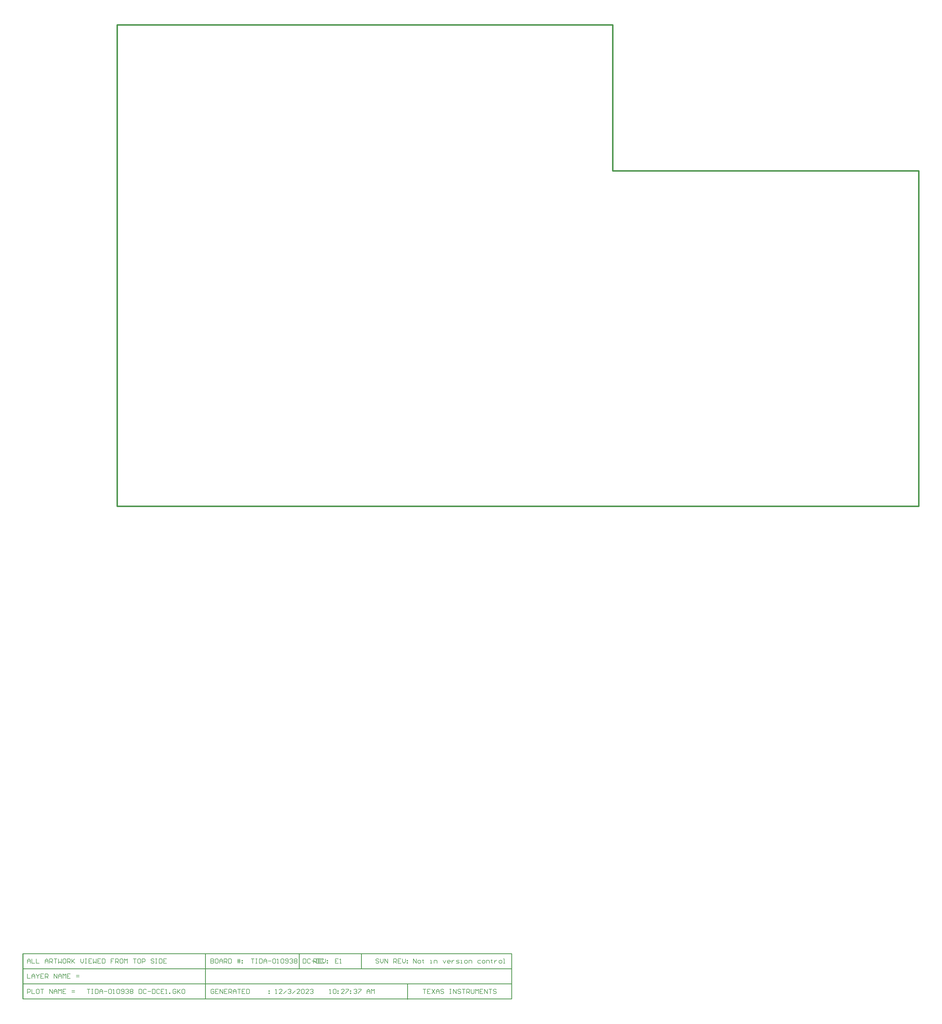
<source format=gko>
G04*
G04 #@! TF.GenerationSoftware,Altium Limited,Altium Designer,23.1.1 (15)*
G04*
G04 Layer_Color=16711935*
%FSAX44Y44*%
%MOMM*%
G71*
G04*
G04 #@! TF.SameCoordinates,A3571568-9A21-437D-865F-2304E57EA7B7*
G04*
G04*
G04 #@! TF.FilePolarity,Positive*
G04*
G01*
G75*
%ADD13C,0.5000*%
%ADD22C,0.2540*%
%ADD28C,0.2032*%
G54D13*
X00000000Y00000000D02*
X02750000D01*
X00000000D02*
Y01650000D01*
X01700000D01*
Y01150000D02*
Y01650000D01*
Y01150000D02*
X02750000D01*
Y00000000D02*
Y01150000D01*
G54D22*
X00995108Y-01689560D02*
Y-01638040D01*
X00693102Y-01687909D02*
X01352740D01*
Y-01532969D01*
X00301942Y-01687909D02*
Y-01532969D01*
X-00324168Y-01687909D02*
Y-01532969D01*
X-00324041Y-01687909D02*
X00076136D01*
X-00324041D02*
Y-01532969D01*
Y-01532969D02*
X01352740D01*
X-00324168Y-01687909D02*
X00693102D01*
X-00324168Y-01636262D02*
X01352232D01*
X-00324168Y-01584616D02*
X01352740D01*
X00623760D02*
Y-01532969D01*
X00837120Y-01584616D02*
Y-01532969D01*
G54D28*
X01048702Y-01655106D02*
X01058859D01*
X01053780D01*
Y-01670341D01*
X01074094Y-01655106D02*
X01063937D01*
Y-01670341D01*
X01074094D01*
X01063937Y-01662724D02*
X01069015D01*
X01079172Y-01655106D02*
X01089329Y-01670341D01*
Y-01655106D02*
X01079172Y-01670341D01*
X01094407D02*
Y-01660184D01*
X01099486Y-01655106D01*
X01104564Y-01660184D01*
Y-01670341D01*
Y-01662724D01*
X01094407D01*
X01119799Y-01657645D02*
X01117260Y-01655106D01*
X01112181D01*
X01109642Y-01657645D01*
Y-01660184D01*
X01112181Y-01662724D01*
X01117260D01*
X01119799Y-01665263D01*
Y-01667802D01*
X01117260Y-01670341D01*
X01112181D01*
X01109642Y-01667802D01*
X01140113Y-01655106D02*
X01145191D01*
X01142652D01*
Y-01670341D01*
X01140113D01*
X01145191D01*
X01152808D02*
Y-01655106D01*
X01162965Y-01670341D01*
Y-01655106D01*
X01178200Y-01657645D02*
X01175661Y-01655106D01*
X01170583D01*
X01168043Y-01657645D01*
Y-01660184D01*
X01170583Y-01662724D01*
X01175661D01*
X01178200Y-01665263D01*
Y-01667802D01*
X01175661Y-01670341D01*
X01170583D01*
X01168043Y-01667802D01*
X01183279Y-01655106D02*
X01193435D01*
X01188357D01*
Y-01670341D01*
X01198514D02*
Y-01655106D01*
X01206131D01*
X01208670Y-01657645D01*
Y-01662724D01*
X01206131Y-01665263D01*
X01198514D01*
X01203592D02*
X01208670Y-01670341D01*
X01213749Y-01655106D02*
Y-01667802D01*
X01216288Y-01670341D01*
X01221366D01*
X01223905Y-01667802D01*
Y-01655106D01*
X01228984Y-01670341D02*
Y-01655106D01*
X01234062Y-01660184D01*
X01239140Y-01655106D01*
Y-01670341D01*
X01254376Y-01655106D02*
X01244219D01*
Y-01670341D01*
X01254376D01*
X01244219Y-01662724D02*
X01249297D01*
X01259454Y-01670341D02*
Y-01655106D01*
X01269611Y-01670341D01*
Y-01655106D01*
X01274689D02*
X01284846D01*
X01279767D01*
Y-01670341D01*
X01300081Y-01657645D02*
X01297542Y-01655106D01*
X01292463D01*
X01289924Y-01657645D01*
Y-01660184D01*
X01292463Y-01662724D01*
X01297542D01*
X01300081Y-01665263D01*
Y-01667802D01*
X01297542Y-01670341D01*
X01292463D01*
X01289924Y-01667802D01*
X00727519Y-01670341D02*
X00732597D01*
X00730058D01*
Y-01655106D01*
X00727519Y-01657645D01*
X00740215D02*
X00742754Y-01655106D01*
X00747832D01*
X00750372Y-01657645D01*
Y-01667802D01*
X00747832Y-01670341D01*
X00742754D01*
X00740215Y-01667802D01*
Y-01657645D01*
X00755450Y-01660184D02*
X00757989D01*
Y-01662724D01*
X00755450D01*
Y-01660184D01*
Y-01667802D02*
X00757989D01*
Y-01670341D01*
X00755450D01*
Y-01667802D01*
X00778303Y-01670341D02*
X00768146D01*
X00778303Y-01660184D01*
Y-01657645D01*
X00775763Y-01655106D01*
X00770685D01*
X00768146Y-01657645D01*
X00783381Y-01655106D02*
X00793538D01*
Y-01657645D01*
X00783381Y-01667802D01*
Y-01670341D01*
X00798616Y-01660184D02*
X00801155D01*
Y-01662724D01*
X00798616D01*
Y-01660184D01*
Y-01667802D02*
X00801155D01*
Y-01670341D01*
X00798616D01*
Y-01667802D01*
X00811312Y-01657645D02*
X00813851Y-01655106D01*
X00818929D01*
X00821469Y-01657645D01*
Y-01660184D01*
X00818929Y-01662724D01*
X00816390D01*
X00818929D01*
X00821469Y-01665263D01*
Y-01667802D01*
X00818929Y-01670341D01*
X00813851D01*
X00811312Y-01667802D01*
X00826547Y-01655106D02*
X00836704D01*
Y-01657645D01*
X00826547Y-01667802D01*
Y-01670341D01*
X00857017D02*
Y-01660184D01*
X00862095Y-01655106D01*
X00867174Y-01660184D01*
Y-01670341D01*
Y-01662724D01*
X00857017D01*
X00872252Y-01670341D02*
Y-01655106D01*
X00877330Y-01660184D01*
X00882409Y-01655106D01*
Y-01670341D01*
X-00308039D02*
Y-01655106D01*
X-00300421D01*
X-00297882Y-01657645D01*
Y-01662724D01*
X-00300421Y-01665263D01*
X-00308039D01*
X-00292804Y-01655106D02*
Y-01670341D01*
X-00282647D01*
X-00269951Y-01655106D02*
X-00275030D01*
X-00277569Y-01657645D01*
Y-01667802D01*
X-00275030Y-01670341D01*
X-00269951D01*
X-00267412Y-01667802D01*
Y-01657645D01*
X-00269951Y-01655106D01*
X-00262334D02*
X-00252177D01*
X-00257255D01*
Y-01670341D01*
X-00231864D02*
Y-01655106D01*
X-00221707Y-01670341D01*
Y-01655106D01*
X-00216628Y-01670341D02*
Y-01660184D01*
X-00211550Y-01655106D01*
X-00206472Y-01660184D01*
Y-01670341D01*
Y-01662724D01*
X-00216628D01*
X-00201394Y-01670341D02*
Y-01655106D01*
X-00196315Y-01660184D01*
X-00191237Y-01655106D01*
Y-01670341D01*
X-00176002Y-01655106D02*
X-00186158D01*
Y-01670341D01*
X-00176002D01*
X-00186158Y-01662724D02*
X-00181080D01*
X-00155688Y-01665263D02*
X-00145532D01*
X-00155688Y-01660184D02*
X-00145532D01*
X-00308039Y-01602822D02*
Y-01618057D01*
X-00297882D01*
X-00292804D02*
Y-01607901D01*
X-00287726Y-01602822D01*
X-00282647Y-01607901D01*
Y-01618057D01*
Y-01610440D01*
X-00292804D01*
X-00277569Y-01602822D02*
Y-01605361D01*
X-00272491Y-01610440D01*
X-00267412Y-01605361D01*
Y-01602822D01*
X-00272491Y-01610440D02*
Y-01618057D01*
X-00252177Y-01602822D02*
X-00262334D01*
Y-01618057D01*
X-00252177D01*
X-00262334Y-01610440D02*
X-00257255D01*
X-00247099Y-01618057D02*
Y-01602822D01*
X-00239481D01*
X-00236942Y-01605361D01*
Y-01610440D01*
X-00239481Y-01612979D01*
X-00247099D01*
X-00242020D02*
X-00236942Y-01618057D01*
X-00216628D02*
Y-01602822D01*
X-00206472Y-01618057D01*
Y-01602822D01*
X-00201394Y-01618057D02*
Y-01607901D01*
X-00196315Y-01602822D01*
X-00191237Y-01607901D01*
Y-01618057D01*
Y-01610440D01*
X-00201394D01*
X-00186158Y-01618057D02*
Y-01602822D01*
X-00181080Y-01607901D01*
X-00176002Y-01602822D01*
Y-01618057D01*
X-00160767Y-01602822D02*
X-00170923D01*
Y-01618057D01*
X-00160767D01*
X-00170923Y-01610440D02*
X-00165845D01*
X-00140453Y-01612979D02*
X-00130296D01*
X-00140453Y-01607901D02*
X-00130296D01*
X00320992Y-01551304D02*
Y-01566539D01*
X00328610D01*
X00331149Y-01564000D01*
Y-01561461D01*
X00328610Y-01558922D01*
X00320992D01*
X00328610D01*
X00331149Y-01556383D01*
Y-01553844D01*
X00328610Y-01551304D01*
X00320992D01*
X00343845D02*
X00338766D01*
X00336227Y-01553844D01*
Y-01564000D01*
X00338766Y-01566539D01*
X00343845D01*
X00346384Y-01564000D01*
Y-01553844D01*
X00343845Y-01551304D01*
X00351462Y-01566539D02*
Y-01556383D01*
X00356540Y-01551304D01*
X00361619Y-01556383D01*
Y-01566539D01*
Y-01558922D01*
X00351462D01*
X00366697Y-01566539D02*
Y-01551304D01*
X00374315D01*
X00376854Y-01553844D01*
Y-01558922D01*
X00374315Y-01561461D01*
X00366697D01*
X00371776D02*
X00376854Y-01566539D01*
X00381932Y-01551304D02*
Y-01566539D01*
X00389550D01*
X00392089Y-01564000D01*
Y-01553844D01*
X00389550Y-01551304D01*
X00381932D01*
X00414942Y-01566539D02*
Y-01551304D01*
X00420020D02*
Y-01566539D01*
X00412402Y-01556383D02*
X00420020D01*
X00422559D01*
X00412402Y-01561461D02*
X00422559D01*
X00427637Y-01556383D02*
X00430177D01*
Y-01558922D01*
X00427637D01*
Y-01556383D01*
Y-01564000D02*
X00430177D01*
Y-01566539D01*
X00427637D01*
Y-01564000D01*
X00459549Y-01551304D02*
X00469706D01*
X00464627D01*
Y-01566539D01*
X00474784Y-01551304D02*
X00479862D01*
X00477323D01*
Y-01566539D01*
X00474784D01*
X00479862D01*
X00487480Y-01551304D02*
Y-01566539D01*
X00495098D01*
X00497637Y-01564000D01*
Y-01553844D01*
X00495098Y-01551304D01*
X00487480D01*
X00502715Y-01566539D02*
Y-01556383D01*
X00507793Y-01551304D01*
X00512872Y-01556383D01*
Y-01566539D01*
Y-01558922D01*
X00502715D01*
X00517950D02*
X00528107D01*
X00533185Y-01553844D02*
X00535724Y-01551304D01*
X00540803D01*
X00543342Y-01553844D01*
Y-01564000D01*
X00540803Y-01566539D01*
X00535724D01*
X00533185Y-01564000D01*
Y-01553844D01*
X00548420Y-01566539D02*
X00553499D01*
X00550960D01*
Y-01551304D01*
X00548420Y-01553844D01*
X00561116D02*
X00563655Y-01551304D01*
X00568734D01*
X00571273Y-01553844D01*
Y-01564000D01*
X00568734Y-01566539D01*
X00563655D01*
X00561116Y-01564000D01*
Y-01553844D01*
X00576351Y-01564000D02*
X00578890Y-01566539D01*
X00583969D01*
X00586508Y-01564000D01*
Y-01553844D01*
X00583969Y-01551304D01*
X00578890D01*
X00576351Y-01553844D01*
Y-01556383D01*
X00578890Y-01558922D01*
X00586508D01*
X00591586Y-01553844D02*
X00594126Y-01551304D01*
X00599204D01*
X00601743Y-01553844D01*
Y-01556383D01*
X00599204Y-01558922D01*
X00596665D01*
X00599204D01*
X00601743Y-01561461D01*
Y-01564000D01*
X00599204Y-01566539D01*
X00594126D01*
X00591586Y-01564000D01*
X00606821Y-01553844D02*
X00609361Y-01551304D01*
X00614439D01*
X00616978Y-01553844D01*
Y-01556383D01*
X00614439Y-01558922D01*
X00616978Y-01561461D01*
Y-01564000D01*
X00614439Y-01566539D01*
X00609361D01*
X00606821Y-01564000D01*
Y-01561461D01*
X00609361Y-01558922D01*
X00606821Y-01556383D01*
Y-01553844D01*
X00609361Y-01558922D02*
X00614439D01*
X00637291Y-01551304D02*
Y-01566539D01*
X00644909D01*
X00647448Y-01564000D01*
Y-01553844D01*
X00644909Y-01551304D01*
X00637291D01*
X00662683Y-01553844D02*
X00660144Y-01551304D01*
X00655066D01*
X00652527Y-01553844D01*
Y-01564000D01*
X00655066Y-01566539D01*
X00660144D01*
X00662683Y-01564000D01*
X00667762Y-01558922D02*
X00677918D01*
X00682997Y-01551304D02*
Y-01566539D01*
X00690614D01*
X00693154Y-01564000D01*
Y-01553844D01*
X00690614Y-01551304D01*
X00682997D01*
X00708389Y-01553844D02*
X00705849Y-01551304D01*
X00700771D01*
X00698232Y-01553844D01*
Y-01564000D01*
X00700771Y-01566539D01*
X00705849D01*
X00708389Y-01564000D01*
X00758250Y-01551304D02*
X00748093D01*
Y-01566539D01*
X00758250D01*
X00748093Y-01558922D02*
X00753171D01*
X00763328Y-01566539D02*
X00768406D01*
X00765867D01*
Y-01551304D01*
X00763328Y-01553844D01*
X-00308039Y-01566539D02*
Y-01556383D01*
X-00302961Y-01551304D01*
X-00297882Y-01556383D01*
Y-01566539D01*
Y-01558922D01*
X-00308039D01*
X-00292804Y-01551304D02*
Y-01566539D01*
X-00282647D01*
X-00277569Y-01551304D02*
Y-01566539D01*
X-00267412D01*
X-00247099D02*
Y-01556383D01*
X-00242020Y-01551304D01*
X-00236942Y-01556383D01*
Y-01566539D01*
Y-01558922D01*
X-00247099D01*
X-00231864Y-01566539D02*
Y-01551304D01*
X-00224246D01*
X-00221707Y-01553844D01*
Y-01558922D01*
X-00224246Y-01561461D01*
X-00231864D01*
X-00226785D02*
X-00221707Y-01566539D01*
X-00216628Y-01551304D02*
X-00206472D01*
X-00211550D01*
Y-01566539D01*
X-00201394Y-01551304D02*
Y-01566539D01*
X-00196315Y-01561461D01*
X-00191237Y-01566539D01*
Y-01551304D01*
X-00178541D02*
X-00183619D01*
X-00186158Y-01553844D01*
Y-01564000D01*
X-00183619Y-01566539D01*
X-00178541D01*
X-00176002Y-01564000D01*
Y-01553844D01*
X-00178541Y-01551304D01*
X-00170923Y-01566539D02*
Y-01551304D01*
X-00163306D01*
X-00160767Y-01553844D01*
Y-01558922D01*
X-00163306Y-01561461D01*
X-00170923D01*
X-00165845D02*
X-00160767Y-01566539D01*
X-00155688Y-01551304D02*
Y-01566539D01*
Y-01561461D01*
X-00145532Y-01551304D01*
X-00153149Y-01558922D01*
X-00145532Y-01566539D01*
X-00125218Y-01551304D02*
Y-01561461D01*
X-00120140Y-01566539D01*
X-00115061Y-01561461D01*
Y-01551304D01*
X-00109983D02*
X-00104905D01*
X-00107444D01*
Y-01566539D01*
X-00109983D01*
X-00104905D01*
X-00087130Y-01551304D02*
X-00097287D01*
Y-01566539D01*
X-00087130D01*
X-00097287Y-01558922D02*
X-00092209D01*
X-00082052Y-01551304D02*
Y-01566539D01*
X-00076974Y-01561461D01*
X-00071895Y-01566539D01*
Y-01551304D01*
X-00056660D02*
X-00066817D01*
Y-01566539D01*
X-00056660D01*
X-00066817Y-01558922D02*
X-00061739D01*
X-00051582Y-01551304D02*
Y-01566539D01*
X-00043964D01*
X-00041425Y-01564000D01*
Y-01553844D01*
X-00043964Y-01551304D01*
X-00051582D01*
X-00010955D02*
X-00021112D01*
Y-01558922D01*
X-00016033D01*
X-00021112D01*
Y-01566539D01*
X-00005877D02*
Y-01551304D01*
X00001741D01*
X00004280Y-01553844D01*
Y-01558922D01*
X00001741Y-01561461D01*
X-00005877D01*
X-00000798D02*
X00004280Y-01566539D01*
X00016976Y-01551304D02*
X00011897D01*
X00009358Y-01553844D01*
Y-01564000D01*
X00011897Y-01566539D01*
X00016976D01*
X00019515Y-01564000D01*
Y-01553844D01*
X00016976Y-01551304D01*
X00024593Y-01566539D02*
Y-01551304D01*
X00029672Y-01556383D01*
X00034750Y-01551304D01*
Y-01566539D01*
X00055064Y-01551304D02*
X00065220D01*
X00060142D01*
Y-01566539D01*
X00077916Y-01551304D02*
X00072838D01*
X00070299Y-01553844D01*
Y-01564000D01*
X00072838Y-01566539D01*
X00077916D01*
X00080455Y-01564000D01*
Y-01553844D01*
X00077916Y-01551304D01*
X00085534Y-01566539D02*
Y-01551304D01*
X00093151D01*
X00095690Y-01553844D01*
Y-01558922D01*
X00093151Y-01561461D01*
X00085534D01*
X00126161Y-01553844D02*
X00123621Y-01551304D01*
X00118543D01*
X00116004Y-01553844D01*
Y-01556383D01*
X00118543Y-01558922D01*
X00123621D01*
X00126161Y-01561461D01*
Y-01564000D01*
X00123621Y-01566539D01*
X00118543D01*
X00116004Y-01564000D01*
X00131239Y-01551304D02*
X00136317D01*
X00133778D01*
Y-01566539D01*
X00131239D01*
X00136317D01*
X00143935Y-01551304D02*
Y-01566539D01*
X00151552D01*
X00154092Y-01564000D01*
Y-01553844D01*
X00151552Y-01551304D01*
X00143935D01*
X00169327D02*
X00159170D01*
Y-01566539D01*
X00169327D01*
X00159170Y-01558922D02*
X00164248D01*
X00331657Y-01657645D02*
X00329118Y-01655106D01*
X00324039D01*
X00321500Y-01657645D01*
Y-01667802D01*
X00324039Y-01670341D01*
X00329118D01*
X00331657Y-01667802D01*
Y-01662724D01*
X00326578D01*
X00346892Y-01655106D02*
X00336735D01*
Y-01670341D01*
X00346892D01*
X00336735Y-01662724D02*
X00341813D01*
X00351970Y-01670341D02*
Y-01655106D01*
X00362127Y-01670341D01*
Y-01655106D01*
X00377362D02*
X00367205D01*
Y-01670341D01*
X00377362D01*
X00367205Y-01662724D02*
X00372284D01*
X00382440Y-01670341D02*
Y-01655106D01*
X00390058D01*
X00392597Y-01657645D01*
Y-01662724D01*
X00390058Y-01665263D01*
X00382440D01*
X00387519D02*
X00392597Y-01670341D01*
X00397675D02*
Y-01660184D01*
X00402754Y-01655106D01*
X00407832Y-01660184D01*
Y-01670341D01*
Y-01662724D01*
X00397675D01*
X00412910Y-01655106D02*
X00423067D01*
X00417989D01*
Y-01670341D01*
X00438302Y-01655106D02*
X00428145D01*
Y-01670341D01*
X00438302D01*
X00428145Y-01662724D02*
X00433224D01*
X00443381Y-01655106D02*
Y-01670341D01*
X00450998D01*
X00453537Y-01667802D01*
Y-01657645D01*
X00450998Y-01655106D01*
X00443381D01*
X00519556Y-01660184D02*
X00522095D01*
Y-01662724D01*
X00519556D01*
Y-01660184D01*
Y-01667802D02*
X00522095D01*
Y-01670341D01*
X00519556D01*
Y-01667802D01*
X00542353Y-01670341D02*
X00547431D01*
X00544892D01*
Y-01655106D01*
X00542353Y-01657645D01*
X00565206Y-01670341D02*
X00555049D01*
X00565206Y-01660184D01*
Y-01657645D01*
X00562666Y-01655106D01*
X00557588D01*
X00555049Y-01657645D01*
X00570284Y-01670341D02*
X00580441Y-01660184D01*
X00585519Y-01657645D02*
X00588058Y-01655106D01*
X00593137D01*
X00595676Y-01657645D01*
Y-01660184D01*
X00593137Y-01662724D01*
X00590597D01*
X00593137D01*
X00595676Y-01665263D01*
Y-01667802D01*
X00593137Y-01670341D01*
X00588058D01*
X00585519Y-01667802D01*
X00600754Y-01670341D02*
X00610911Y-01660184D01*
X00626146Y-01670341D02*
X00615989D01*
X00626146Y-01660184D01*
Y-01657645D01*
X00623607Y-01655106D01*
X00618528D01*
X00615989Y-01657645D01*
X00631224D02*
X00633764Y-01655106D01*
X00638842D01*
X00641381Y-01657645D01*
Y-01667802D01*
X00638842Y-01670341D01*
X00633764D01*
X00631224Y-01667802D01*
Y-01657645D01*
X00656616Y-01670341D02*
X00646459D01*
X00656616Y-01660184D01*
Y-01657645D01*
X00654077Y-01655106D01*
X00648998D01*
X00646459Y-01657645D01*
X00661694D02*
X00664234Y-01655106D01*
X00669312D01*
X00671851Y-01657645D01*
Y-01660184D01*
X00669312Y-01662724D01*
X00666773D01*
X00669312D01*
X00671851Y-01665263D01*
Y-01667802D01*
X00669312Y-01670341D01*
X00664234D01*
X00661694Y-01667802D01*
X-00103442Y-01655106D02*
X-00093285D01*
X-00098364D01*
Y-01670341D01*
X-00088207Y-01655106D02*
X-00083129D01*
X-00085668D01*
Y-01670341D01*
X-00088207D01*
X-00083129D01*
X-00075511Y-01655106D02*
Y-01670341D01*
X-00067894D01*
X-00065354Y-01667802D01*
Y-01657645D01*
X-00067894Y-01655106D01*
X-00075511D01*
X-00060276Y-01670341D02*
Y-01660184D01*
X-00055198Y-01655106D01*
X-00050119Y-01660184D01*
Y-01670341D01*
Y-01662724D01*
X-00060276D01*
X-00045041D02*
X-00034884D01*
X-00029806Y-01657645D02*
X-00027267Y-01655106D01*
X-00022188D01*
X-00019649Y-01657645D01*
Y-01667802D01*
X-00022188Y-01670341D01*
X-00027267D01*
X-00029806Y-01667802D01*
Y-01657645D01*
X-00014571Y-01670341D02*
X-00009492D01*
X-00012032D01*
Y-01655106D01*
X-00014571Y-01657645D01*
X-00001875D02*
X00000664Y-01655106D01*
X00005743D01*
X00008282Y-01657645D01*
Y-01667802D01*
X00005743Y-01670341D01*
X00000664D01*
X-00001875Y-01667802D01*
Y-01657645D01*
X00013360Y-01667802D02*
X00015899Y-01670341D01*
X00020978D01*
X00023517Y-01667802D01*
Y-01657645D01*
X00020978Y-01655106D01*
X00015899D01*
X00013360Y-01657645D01*
Y-01660184D01*
X00015899Y-01662724D01*
X00023517D01*
X00028595Y-01657645D02*
X00031135Y-01655106D01*
X00036213D01*
X00038752Y-01657645D01*
Y-01660184D01*
X00036213Y-01662724D01*
X00033674D01*
X00036213D01*
X00038752Y-01665263D01*
Y-01667802D01*
X00036213Y-01670341D01*
X00031135D01*
X00028595Y-01667802D01*
X00043830Y-01657645D02*
X00046370Y-01655106D01*
X00051448D01*
X00053987Y-01657645D01*
Y-01660184D01*
X00051448Y-01662724D01*
X00053987Y-01665263D01*
Y-01667802D01*
X00051448Y-01670341D01*
X00046370D01*
X00043830Y-01667802D01*
Y-01665263D01*
X00046370Y-01662724D01*
X00043830Y-01660184D01*
Y-01657645D01*
X00046370Y-01662724D02*
X00051448D01*
X00074300Y-01655106D02*
Y-01670341D01*
X00081918D01*
X00084457Y-01667802D01*
Y-01657645D01*
X00081918Y-01655106D01*
X00074300D01*
X00099692Y-01657645D02*
X00097153Y-01655106D01*
X00092075D01*
X00089536Y-01657645D01*
Y-01667802D01*
X00092075Y-01670341D01*
X00097153D01*
X00099692Y-01667802D01*
X00104771Y-01662724D02*
X00114927D01*
X00120006Y-01655106D02*
Y-01670341D01*
X00127623D01*
X00130162Y-01667802D01*
Y-01657645D01*
X00127623Y-01655106D01*
X00120006D01*
X00145398Y-01657645D02*
X00142858Y-01655106D01*
X00137780D01*
X00135241Y-01657645D01*
Y-01667802D01*
X00137780Y-01670341D01*
X00142858D01*
X00145398Y-01667802D01*
X00160633Y-01655106D02*
X00150476D01*
Y-01670341D01*
X00160633D01*
X00150476Y-01662724D02*
X00155554D01*
X00165711Y-01670341D02*
X00170789D01*
X00168250D01*
Y-01655106D01*
X00165711Y-01657645D01*
X00178407Y-01670341D02*
Y-01667802D01*
X00180946D01*
Y-01670341D01*
X00178407D01*
X00201259Y-01657645D02*
X00198720Y-01655106D01*
X00193642D01*
X00191103Y-01657645D01*
Y-01667802D01*
X00193642Y-01670341D01*
X00198720D01*
X00201259Y-01667802D01*
Y-01662724D01*
X00196181D01*
X00206338Y-01655106D02*
Y-01670341D01*
Y-01665263D01*
X00216495Y-01655106D01*
X00208877Y-01662724D01*
X00216495Y-01670341D01*
X00229190Y-01655106D02*
X00224112D01*
X00221573Y-01657645D01*
Y-01667802D01*
X00224112Y-01670341D01*
X00229190D01*
X00231730Y-01667802D01*
Y-01657645D01*
X00229190Y-01655106D01*
X00674052Y-01566539D02*
Y-01551304D01*
X00681670D01*
X00684209Y-01553844D01*
Y-01558922D01*
X00681670Y-01561461D01*
X00674052D01*
X00679130D02*
X00684209Y-01566539D01*
X00699444Y-01551304D02*
X00689287D01*
Y-01566539D01*
X00699444D01*
X00689287Y-01558922D02*
X00694365D01*
X00704522Y-01551304D02*
Y-01561461D01*
X00709601Y-01566539D01*
X00714679Y-01561461D01*
Y-01551304D01*
X00719757Y-01556383D02*
X00722296D01*
Y-01558922D01*
X00719757D01*
Y-01556383D01*
Y-01564000D02*
X00722296D01*
Y-01566539D01*
X00719757D01*
Y-01564000D01*
X00897061Y-01553844D02*
X00894522Y-01551304D01*
X00889443D01*
X00886904Y-01553844D01*
Y-01556383D01*
X00889443Y-01558922D01*
X00894522D01*
X00897061Y-01561461D01*
Y-01564000D01*
X00894522Y-01566539D01*
X00889443D01*
X00886904Y-01564000D01*
X00902139Y-01551304D02*
Y-01561461D01*
X00907217Y-01566539D01*
X00912296Y-01561461D01*
Y-01551304D01*
X00917374Y-01566539D02*
Y-01551304D01*
X00927531Y-01566539D01*
Y-01551304D01*
X00947844Y-01566539D02*
Y-01551304D01*
X00955462D01*
X00958001Y-01553844D01*
Y-01558922D01*
X00955462Y-01561461D01*
X00947844D01*
X00952923D02*
X00958001Y-01566539D01*
X00973236Y-01551304D02*
X00963079D01*
Y-01566539D01*
X00973236D01*
X00963079Y-01558922D02*
X00968158D01*
X00978315Y-01551304D02*
Y-01561461D01*
X00983393Y-01566539D01*
X00988471Y-01561461D01*
Y-01551304D01*
X00993549Y-01556383D02*
X00996089D01*
Y-01558922D01*
X00993549D01*
Y-01556383D01*
Y-01564000D02*
X00996089D01*
Y-01566539D01*
X00993549D01*
Y-01564000D01*
X01015428Y-01566539D02*
Y-01551304D01*
X01025585Y-01566539D01*
Y-01551304D01*
X01033202Y-01566539D02*
X01038281D01*
X01040820Y-01564000D01*
Y-01558922D01*
X01038281Y-01556383D01*
X01033202D01*
X01030663Y-01558922D01*
Y-01564000D01*
X01033202Y-01566539D01*
X01048437Y-01553844D02*
Y-01556383D01*
X01045898D01*
X01050976D01*
X01048437D01*
Y-01564000D01*
X01050976Y-01566539D01*
X01073829D02*
X01078907D01*
X01076368D01*
Y-01556383D01*
X01073829D01*
X01086525Y-01566539D02*
Y-01556383D01*
X01094143D01*
X01096682Y-01558922D01*
Y-01566539D01*
X01116995Y-01556383D02*
X01122074Y-01566539D01*
X01127152Y-01556383D01*
X01139848Y-01566539D02*
X01134769D01*
X01132230Y-01564000D01*
Y-01558922D01*
X01134769Y-01556383D01*
X01139848D01*
X01142387Y-01558922D01*
Y-01561461D01*
X01132230D01*
X01147465Y-01556383D02*
Y-01566539D01*
Y-01561461D01*
X01150005Y-01558922D01*
X01152544Y-01556383D01*
X01155083D01*
X01162700Y-01566539D02*
X01170318D01*
X01172857Y-01564000D01*
X01170318Y-01561461D01*
X01165240D01*
X01162700Y-01558922D01*
X01165240Y-01556383D01*
X01172857D01*
X01177935Y-01566539D02*
X01183014D01*
X01180475D01*
Y-01556383D01*
X01177935D01*
X01193170Y-01566539D02*
X01198249D01*
X01200788Y-01564000D01*
Y-01558922D01*
X01198249Y-01556383D01*
X01193170D01*
X01190631Y-01558922D01*
Y-01564000D01*
X01193170Y-01566539D01*
X01205866D02*
Y-01556383D01*
X01213484D01*
X01216023Y-01558922D01*
Y-01566539D01*
X01246493Y-01556383D02*
X01238876D01*
X01236337Y-01558922D01*
Y-01564000D01*
X01238876Y-01566539D01*
X01246493D01*
X01254111D02*
X01259189D01*
X01261728Y-01564000D01*
Y-01558922D01*
X01259189Y-01556383D01*
X01254111D01*
X01251572Y-01558922D01*
Y-01564000D01*
X01254111Y-01566539D01*
X01266807D02*
Y-01556383D01*
X01274424D01*
X01276963Y-01558922D01*
Y-01566539D01*
X01284581Y-01553844D02*
Y-01556383D01*
X01282042D01*
X01287120D01*
X01284581D01*
Y-01564000D01*
X01287120Y-01566539D01*
X01294738Y-01556383D02*
Y-01566539D01*
Y-01561461D01*
X01297277Y-01558922D01*
X01299816Y-01556383D01*
X01302355D01*
X01312512Y-01566539D02*
X01317590D01*
X01320129Y-01564000D01*
Y-01558922D01*
X01317590Y-01556383D01*
X01312512D01*
X01309973Y-01558922D01*
Y-01564000D01*
X01312512Y-01566539D01*
X01325208D02*
X01330286D01*
X01327747D01*
Y-01551304D01*
X01325208D01*
M02*

</source>
